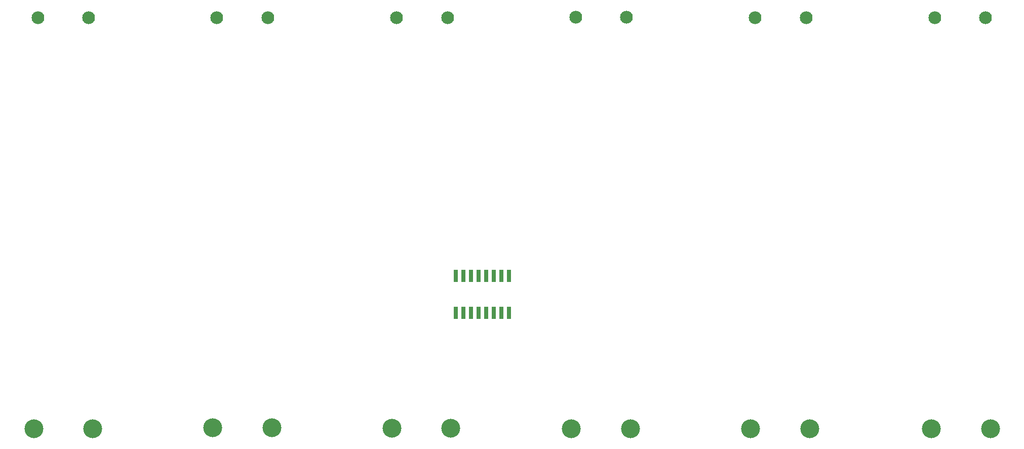
<source format=gbp>
G04 MADE WITH FRITZING*
G04 WWW.FRITZING.ORG*
G04 SINGLE SIDED*
G04 HOLES NOT PLATED*
G04 CONTOUR ON CENTER OF CONTOUR VECTOR*
%ASAXBY*%
%FSLAX23Y23*%
%MOIN*%
%OFA0B0*%
%SFA1.0B1.0*%
%ADD10C,0.084000*%
%ADD11C,0.124033*%
%ADD12R,0.026000X0.080000*%
%LNPASTEMASK0*%
G90*
G70*
G54D10*
X3068Y3129D03*
X2733Y3129D03*
X4247Y3134D03*
X3912Y3134D03*
X1885Y3131D03*
X1550Y3131D03*
X6610Y3131D03*
X6276Y3131D03*
X706Y3129D03*
X371Y3129D03*
X5428Y3130D03*
X5093Y3130D03*
G54D11*
X5064Y423D03*
X5453Y423D03*
X6253Y423D03*
X6642Y423D03*
X3883Y423D03*
X4272Y423D03*
X2702Y427D03*
X3090Y427D03*
X1524Y429D03*
X1912Y429D03*
X345Y424D03*
X733Y424D03*
G54D12*
X3473Y1187D03*
X3423Y1187D03*
X3373Y1187D03*
X3323Y1187D03*
X3273Y1187D03*
X3223Y1187D03*
X3173Y1187D03*
X3123Y1187D03*
X3123Y1429D03*
X3173Y1429D03*
X3223Y1429D03*
X3273Y1429D03*
X3323Y1429D03*
X3373Y1429D03*
X3423Y1429D03*
X3473Y1429D03*
G04 End of PasteMask0*
M02*
</source>
